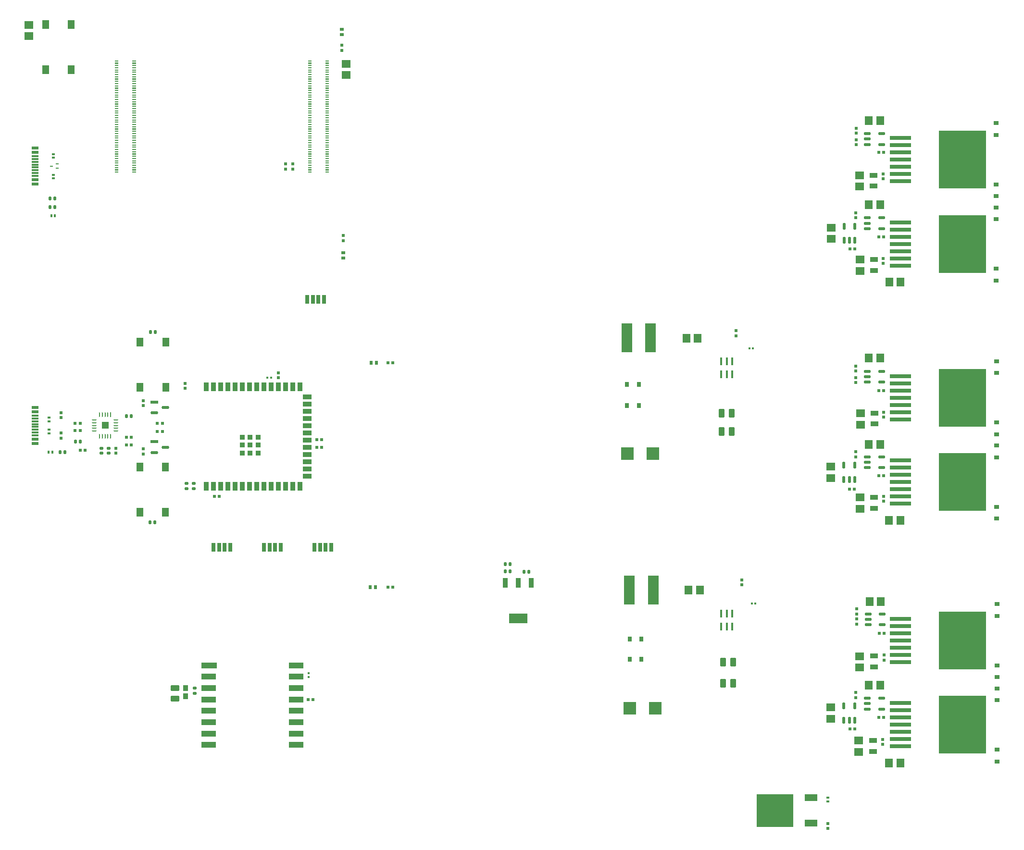
<source format=gtp>
G04*
G04 #@! TF.GenerationSoftware,Altium Limited,Altium Designer,26.1.1 (7)*
G04*
G04 Layer_Color=8421504*
%FSLAX25Y25*%
%MOIN*%
G70*
G04*
G04 #@! TF.SameCoordinates,3E101659-1531-44DD-BC6F-E1116C570119*
G04*
G04*
G04 #@! TF.FilePolarity,Positive*
G04*
G01*
G75*
%ADD19R,0.05105X0.05105*%
%ADD20R,0.05200X0.05900*%
%ADD21R,0.14600X0.03000*%
%ADD22R,0.03700X0.03000*%
%ADD23R,0.08661X0.04724*%
%ADD24R,0.02200X0.01200*%
G04:AMPARAMS|DCode=25|XSize=14.96mil|YSize=15.75mil|CornerRadius=3.74mil|HoleSize=0mil|Usage=FLASHONLY|Rotation=90.000|XOffset=0mil|YOffset=0mil|HoleType=Round|Shape=RoundedRectangle|*
%AMROUNDEDRECTD25*
21,1,0.01496,0.00827,0,0,90.0*
21,1,0.00748,0.01575,0,0,90.0*
1,1,0.00748,0.00413,0.00374*
1,1,0.00748,0.00413,-0.00374*
1,1,0.00748,-0.00413,-0.00374*
1,1,0.00748,-0.00413,0.00374*
%
%ADD25ROUNDEDRECTD25*%
G04:AMPARAMS|DCode=26|XSize=12.99mil|YSize=15.75mil|CornerRadius=3.25mil|HoleSize=0mil|Usage=FLASHONLY|Rotation=90.000|XOffset=0mil|YOffset=0mil|HoleType=Round|Shape=RoundedRectangle|*
%AMROUNDEDRECTD26*
21,1,0.01299,0.00925,0,0,90.0*
21,1,0.00650,0.01575,0,0,90.0*
1,1,0.00650,0.00463,0.00325*
1,1,0.00650,0.00463,-0.00325*
1,1,0.00650,-0.00463,-0.00325*
1,1,0.00650,-0.00463,0.00325*
%
%ADD26ROUNDEDRECTD26*%
%ADD27R,0.11024X0.04331*%
%ADD28R,0.10236X0.04331*%
%ADD29R,0.02126X0.02362*%
%ADD30R,0.03819X0.03937*%
G04:AMPARAMS|DCode=31|XSize=43.31mil|YSize=58.27mil|CornerRadius=5.41mil|HoleSize=0mil|Usage=FLASHONLY|Rotation=90.000|XOffset=0mil|YOffset=0mil|HoleType=Round|Shape=RoundedRectangle|*
%AMROUNDEDRECTD31*
21,1,0.04331,0.04744,0,0,90.0*
21,1,0.03248,0.05827,0,0,90.0*
1,1,0.01083,0.02372,0.01624*
1,1,0.01083,0.02372,-0.01624*
1,1,0.01083,-0.02372,-0.01624*
1,1,0.01083,-0.02372,0.01624*
%
%ADD31ROUNDEDRECTD31*%
G04:AMPARAMS|DCode=32|XSize=23.62mil|YSize=21.26mil|CornerRadius=5.63mil|HoleSize=0mil|Usage=FLASHONLY|Rotation=180.000|XOffset=0mil|YOffset=0mil|HoleType=Round|Shape=RoundedRectangle|*
%AMROUNDEDRECTD32*
21,1,0.02362,0.00999,0,0,180.0*
21,1,0.01235,0.02126,0,0,180.0*
1,1,0.01127,-0.00618,0.00500*
1,1,0.01127,0.00618,0.00500*
1,1,0.01127,0.00618,-0.00500*
1,1,0.01127,-0.00618,-0.00500*
%
%ADD32ROUNDEDRECTD32*%
%ADD33R,0.02362X0.02126*%
G04:AMPARAMS|DCode=34|XSize=14.96mil|YSize=15.75mil|CornerRadius=3.74mil|HoleSize=0mil|Usage=FLASHONLY|Rotation=180.000|XOffset=0mil|YOffset=0mil|HoleType=Round|Shape=RoundedRectangle|*
%AMROUNDEDRECTD34*
21,1,0.01496,0.00827,0,0,180.0*
21,1,0.00748,0.01575,0,0,180.0*
1,1,0.00748,-0.00374,0.00413*
1,1,0.00748,0.00374,0.00413*
1,1,0.00748,0.00374,-0.00413*
1,1,0.00748,-0.00374,-0.00413*
%
%ADD34ROUNDEDRECTD34*%
G04:AMPARAMS|DCode=35|XSize=12.99mil|YSize=15.75mil|CornerRadius=3.25mil|HoleSize=0mil|Usage=FLASHONLY|Rotation=180.000|XOffset=0mil|YOffset=0mil|HoleType=Round|Shape=RoundedRectangle|*
%AMROUNDEDRECTD35*
21,1,0.01299,0.00925,0,0,180.0*
21,1,0.00650,0.01575,0,0,180.0*
1,1,0.00650,-0.00325,0.00463*
1,1,0.00650,0.00325,0.00463*
1,1,0.00650,0.00325,-0.00463*
1,1,0.00650,-0.00325,-0.00463*
%
%ADD35ROUNDEDRECTD35*%
G04:AMPARAMS|DCode=36|XSize=35.43mil|YSize=68.9mil|CornerRadius=1.95mil|HoleSize=0mil|Usage=FLASHONLY|Rotation=0.000|XOffset=0mil|YOffset=0mil|HoleType=Round|Shape=RoundedRectangle|*
%AMROUNDEDRECTD36*
21,1,0.03543,0.06500,0,0,0.0*
21,1,0.03154,0.06890,0,0,0.0*
1,1,0.00390,0.01577,-0.03250*
1,1,0.00390,-0.01577,-0.03250*
1,1,0.00390,-0.01577,0.03250*
1,1,0.00390,0.01577,0.03250*
%
%ADD36ROUNDEDRECTD36*%
G04:AMPARAMS|DCode=37|XSize=125.98mil|YSize=68.9mil|CornerRadius=2.07mil|HoleSize=0mil|Usage=FLASHONLY|Rotation=0.000|XOffset=0mil|YOffset=0mil|HoleType=Round|Shape=RoundedRectangle|*
%AMROUNDEDRECTD37*
21,1,0.12598,0.06476,0,0,0.0*
21,1,0.12185,0.06890,0,0,0.0*
1,1,0.00413,0.06093,-0.03238*
1,1,0.00413,-0.06093,-0.03238*
1,1,0.00413,-0.06093,0.03238*
1,1,0.00413,0.06093,0.03238*
%
%ADD37ROUNDEDRECTD37*%
%ADD38R,0.25197X0.22835*%
G04:AMPARAMS|DCode=39|XSize=47.64mil|YSize=23.23mil|CornerRadius=5.81mil|HoleSize=0mil|Usage=FLASHONLY|Rotation=90.000|XOffset=0mil|YOffset=0mil|HoleType=Round|Shape=RoundedRectangle|*
%AMROUNDEDRECTD39*
21,1,0.04764,0.01161,0,0,90.0*
21,1,0.03602,0.02323,0,0,90.0*
1,1,0.01161,0.00581,0.01801*
1,1,0.01161,0.00581,-0.01801*
1,1,0.01161,-0.00581,-0.01801*
1,1,0.01161,-0.00581,0.01801*
%
%ADD39ROUNDEDRECTD39*%
G04:AMPARAMS|DCode=40|XSize=47.64mil|YSize=23.23mil|CornerRadius=5.81mil|HoleSize=0mil|Usage=FLASHONLY|Rotation=0.000|XOffset=0mil|YOffset=0mil|HoleType=Round|Shape=RoundedRectangle|*
%AMROUNDEDRECTD40*
21,1,0.04764,0.01161,0,0,0.0*
21,1,0.03602,0.02323,0,0,0.0*
1,1,0.01161,0.01801,-0.00581*
1,1,0.01161,-0.01801,-0.00581*
1,1,0.01161,-0.01801,0.00581*
1,1,0.01161,0.01801,0.00581*
%
%ADD40ROUNDEDRECTD40*%
%ADD41R,0.05900X0.05200*%
%ADD42R,0.05433X0.03622*%
%ADD43R,0.32500X0.40400*%
%ADD44R,0.03000X0.03700*%
G04:AMPARAMS|DCode=45|XSize=43.31mil|YSize=58.27mil|CornerRadius=5.41mil|HoleSize=0mil|Usage=FLASHONLY|Rotation=0.000|XOffset=0mil|YOffset=0mil|HoleType=Round|Shape=RoundedRectangle|*
%AMROUNDEDRECTD45*
21,1,0.04331,0.04744,0,0,0.0*
21,1,0.03248,0.05827,0,0,0.0*
1,1,0.01083,0.01624,-0.02372*
1,1,0.01083,-0.01624,-0.02372*
1,1,0.01083,-0.01624,0.02372*
1,1,0.01083,0.01624,0.02372*
%
%ADD45ROUNDEDRECTD45*%
%ADD46R,0.08600X0.08800*%
%ADD47R,0.07480X0.20079*%
%ADD48R,0.01400X0.05400*%
G04:AMPARAMS|DCode=49|XSize=23.62mil|YSize=21.26mil|CornerRadius=5.63mil|HoleSize=0mil|Usage=FLASHONLY|Rotation=90.000|XOffset=0mil|YOffset=0mil|HoleType=Round|Shape=RoundedRectangle|*
%AMROUNDEDRECTD49*
21,1,0.02362,0.00999,0,0,90.0*
21,1,0.01235,0.02126,0,0,90.0*
1,1,0.01127,0.00500,0.00618*
1,1,0.01127,0.00500,-0.00618*
1,1,0.01127,-0.00500,-0.00618*
1,1,0.01127,-0.00500,0.00618*
%
%ADD49ROUNDEDRECTD49*%
%ADD50R,0.01246X0.01575*%
%ADD51R,0.02600X0.06100*%
%ADD52R,0.03543X0.03543*%
%ADD53R,0.03543X0.05906*%
%ADD54R,0.05906X0.03543*%
%ADD55R,0.05118X0.06102*%
%ADD56R,0.02362X0.02756*%
%ADD57R,0.05343X0.02253*%
G04:AMPARAMS|DCode=58|XSize=53.43mil|YSize=22.53mil|CornerRadius=11.26mil|HoleSize=0mil|Usage=FLASHONLY|Rotation=0.000|XOffset=0mil|YOffset=0mil|HoleType=Round|Shape=RoundedRectangle|*
%AMROUNDEDRECTD58*
21,1,0.05343,0.00000,0,0,0.0*
21,1,0.03091,0.02253,0,0,0.0*
1,1,0.02253,0.01545,0.00000*
1,1,0.02253,-0.01545,0.00000*
1,1,0.02253,-0.01545,0.00000*
1,1,0.02253,0.01545,0.00000*
%
%ADD58ROUNDEDRECTD58*%
%ADD59R,0.04528X0.01181*%
%ADD60R,0.04528X0.02362*%
G04:AMPARAMS|DCode=61|XSize=9.55mil|YSize=33.06mil|CornerRadius=4.77mil|HoleSize=0mil|Usage=FLASHONLY|Rotation=270.000|XOffset=0mil|YOffset=0mil|HoleType=Round|Shape=RoundedRectangle|*
%AMROUNDEDRECTD61*
21,1,0.00955,0.02351,0,0,270.0*
21,1,0.00000,0.03306,0,0,270.0*
1,1,0.00955,-0.01176,0.00000*
1,1,0.00955,-0.01176,0.00000*
1,1,0.00955,0.01176,0.00000*
1,1,0.00955,0.01176,0.00000*
%
%ADD61ROUNDEDRECTD61*%
G04:AMPARAMS|DCode=62|XSize=33.06mil|YSize=9.55mil|CornerRadius=4.77mil|HoleSize=0mil|Usage=FLASHONLY|Rotation=270.000|XOffset=0mil|YOffset=0mil|HoleType=Round|Shape=RoundedRectangle|*
%AMROUNDEDRECTD62*
21,1,0.03306,0.00000,0,0,270.0*
21,1,0.02351,0.00955,0,0,270.0*
1,1,0.00955,0.00000,-0.01176*
1,1,0.00955,0.00000,0.01176*
1,1,0.00955,0.00000,0.01176*
1,1,0.00955,0.00000,-0.01176*
%
%ADD62ROUNDEDRECTD62*%
%ADD63R,0.00955X0.03306*%
%ADD64R,0.02362X0.01378*%
%ADD65R,0.01378X0.02362*%
%ADD66R,0.02756X0.02362*%
G04:AMPARAMS|DCode=67|XSize=18.11mil|YSize=7.87mil|CornerRadius=0.98mil|HoleSize=0mil|Usage=FLASHONLY|Rotation=0.000|XOffset=0mil|YOffset=0mil|HoleType=Round|Shape=RoundedRectangle|*
%AMROUNDEDRECTD67*
21,1,0.01811,0.00591,0,0,0.0*
21,1,0.01614,0.00787,0,0,0.0*
1,1,0.00197,0.00807,-0.00295*
1,1,0.00197,-0.00807,-0.00295*
1,1,0.00197,-0.00807,0.00295*
1,1,0.00197,0.00807,0.00295*
%
%ADD67ROUNDEDRECTD67*%
%ADD68R,0.05100X0.06100*%
G36*
X155405Y673191D02*
X152941D01*
Y673896D01*
X155405D01*
Y673191D01*
D02*
G37*
G36*
X143280D02*
X140815D01*
Y673896D01*
X143280D01*
Y673191D01*
D02*
G37*
G36*
X155405Y671616D02*
X152941D01*
Y672321D01*
X155405D01*
Y671616D01*
D02*
G37*
G36*
X143280D02*
X140815D01*
Y672321D01*
X143280D01*
Y671616D01*
D02*
G37*
G36*
X155405Y670041D02*
X152941D01*
Y670746D01*
X155405D01*
Y670041D01*
D02*
G37*
G36*
X143280D02*
X140815D01*
Y670746D01*
X143280D01*
Y670041D01*
D02*
G37*
G36*
X155405Y668467D02*
X152941D01*
Y669171D01*
X155405D01*
Y668467D01*
D02*
G37*
G36*
X143280D02*
X140815D01*
Y669171D01*
X143280D01*
Y668467D01*
D02*
G37*
G36*
X155405Y666892D02*
X152941D01*
Y667596D01*
X155405D01*
Y666892D01*
D02*
G37*
G36*
X143280D02*
X140815D01*
Y667596D01*
X143280D01*
Y666892D01*
D02*
G37*
G36*
X155405Y665317D02*
X152941D01*
Y666022D01*
X155405D01*
Y665317D01*
D02*
G37*
G36*
X143280D02*
X140815D01*
Y666022D01*
X143280D01*
Y665317D01*
D02*
G37*
G36*
X155405Y663742D02*
X152941D01*
Y664447D01*
X155405D01*
Y663742D01*
D02*
G37*
G36*
X143280D02*
X140815D01*
Y664447D01*
X143280D01*
Y663742D01*
D02*
G37*
G36*
X155405Y662167D02*
X152941D01*
Y662872D01*
X155405D01*
Y662167D01*
D02*
G37*
G36*
X143280D02*
X140815D01*
Y662872D01*
X143280D01*
Y662167D01*
D02*
G37*
G36*
X155405Y660593D02*
X152941D01*
Y661297D01*
X155405D01*
Y660593D01*
D02*
G37*
G36*
X143280D02*
X140815D01*
Y661297D01*
X143280D01*
Y660593D01*
D02*
G37*
G36*
X155405Y659018D02*
X152941D01*
Y659723D01*
X155405D01*
Y659018D01*
D02*
G37*
G36*
X143280D02*
X140815D01*
Y659723D01*
X143280D01*
Y659018D01*
D02*
G37*
G36*
X155405Y657443D02*
X152941D01*
Y658148D01*
X155405D01*
Y657443D01*
D02*
G37*
G36*
X143280D02*
X140815D01*
Y658148D01*
X143280D01*
Y657443D01*
D02*
G37*
G36*
X155405Y655868D02*
X152941D01*
Y656573D01*
X155405D01*
Y655868D01*
D02*
G37*
G36*
X143280D02*
X140815D01*
Y656573D01*
X143280D01*
Y655868D01*
D02*
G37*
G36*
X155405Y654293D02*
X152941D01*
Y654998D01*
X155405D01*
Y654293D01*
D02*
G37*
G36*
X143280D02*
X140815D01*
Y654998D01*
X143280D01*
Y654293D01*
D02*
G37*
G36*
X155405Y652718D02*
X152941D01*
Y653423D01*
X155405D01*
Y652718D01*
D02*
G37*
G36*
X143280D02*
X140815D01*
Y653423D01*
X143280D01*
Y652718D01*
D02*
G37*
G36*
X155405Y651144D02*
X152941D01*
Y651848D01*
X155405D01*
Y651144D01*
D02*
G37*
G36*
X143280D02*
X140815D01*
Y651848D01*
X143280D01*
Y651144D01*
D02*
G37*
G36*
X155405Y649569D02*
X152941D01*
Y650274D01*
X155405D01*
Y649569D01*
D02*
G37*
G36*
X143280D02*
X140815D01*
Y650274D01*
X143280D01*
Y649569D01*
D02*
G37*
G36*
X155405Y647994D02*
X152941D01*
Y648699D01*
X155405D01*
Y647994D01*
D02*
G37*
G36*
X143280D02*
X140815D01*
Y648699D01*
X143280D01*
Y647994D01*
D02*
G37*
G36*
X155405Y646419D02*
X152941D01*
Y647124D01*
X155405D01*
Y646419D01*
D02*
G37*
G36*
X143280D02*
X140815D01*
Y647124D01*
X143280D01*
Y646419D01*
D02*
G37*
G36*
X155405Y644844D02*
X152941D01*
Y645549D01*
X155405D01*
Y644844D01*
D02*
G37*
G36*
X143280D02*
X140815D01*
Y645549D01*
X143280D01*
Y644844D01*
D02*
G37*
G36*
X155405Y643270D02*
X152941D01*
Y643974D01*
X155405D01*
Y643270D01*
D02*
G37*
G36*
X143280D02*
X140815D01*
Y643974D01*
X143280D01*
Y643270D01*
D02*
G37*
G36*
X155405Y641695D02*
X152941D01*
Y642400D01*
X155405D01*
Y641695D01*
D02*
G37*
G36*
X143280D02*
X140815D01*
Y642400D01*
X143280D01*
Y641695D01*
D02*
G37*
G36*
X155405Y640120D02*
X152941D01*
Y640825D01*
X155405D01*
Y640120D01*
D02*
G37*
G36*
X143280D02*
X140815D01*
Y640825D01*
X143280D01*
Y640120D01*
D02*
G37*
G36*
X155405Y638545D02*
X152941D01*
Y639250D01*
X155405D01*
Y638545D01*
D02*
G37*
G36*
X143280D02*
X140815D01*
Y639250D01*
X143280D01*
Y638545D01*
D02*
G37*
G36*
X155405Y636971D02*
X152941D01*
Y637675D01*
X155405D01*
Y636971D01*
D02*
G37*
G36*
X143280D02*
X140815D01*
Y637675D01*
X143280D01*
Y636971D01*
D02*
G37*
G36*
X155405Y635396D02*
X152941D01*
Y636100D01*
X155405D01*
Y635396D01*
D02*
G37*
G36*
X143280D02*
X140815D01*
Y636100D01*
X143280D01*
Y635396D01*
D02*
G37*
G36*
X155405Y712561D02*
X152941D01*
Y713266D01*
X155405D01*
Y712561D01*
D02*
G37*
G36*
X143280D02*
X140815D01*
Y713266D01*
X143280D01*
Y712561D01*
D02*
G37*
G36*
X155405Y710986D02*
X152941D01*
Y711691D01*
X155405D01*
Y710986D01*
D02*
G37*
G36*
X143280D02*
X140815D01*
Y711691D01*
X143280D01*
Y710986D01*
D02*
G37*
G36*
X155405Y709411D02*
X152941D01*
Y710116D01*
X155405D01*
Y709411D01*
D02*
G37*
G36*
X143280D02*
X140815D01*
Y710116D01*
X143280D01*
Y709411D01*
D02*
G37*
G36*
X155405Y707837D02*
X152941D01*
Y708541D01*
X155405D01*
Y707837D01*
D02*
G37*
G36*
X143280D02*
X140815D01*
Y708541D01*
X143280D01*
Y707837D01*
D02*
G37*
G36*
X155405Y706262D02*
X152941D01*
Y706967D01*
X155405D01*
Y706262D01*
D02*
G37*
G36*
X143280D02*
X140815D01*
Y706967D01*
X143280D01*
Y706262D01*
D02*
G37*
G36*
X155405Y704687D02*
X152941D01*
Y705392D01*
X155405D01*
Y704687D01*
D02*
G37*
G36*
X143280D02*
X140815D01*
Y705392D01*
X143280D01*
Y704687D01*
D02*
G37*
G36*
X155405Y703112D02*
X152941D01*
Y703817D01*
X155405D01*
Y703112D01*
D02*
G37*
G36*
X143280D02*
X140815D01*
Y703817D01*
X143280D01*
Y703112D01*
D02*
G37*
G36*
X155405Y701537D02*
X152941D01*
Y702242D01*
X155405D01*
Y701537D01*
D02*
G37*
G36*
X143280D02*
X140815D01*
Y702242D01*
X143280D01*
Y701537D01*
D02*
G37*
G36*
X155405Y699963D02*
X152941D01*
Y700667D01*
X155405D01*
Y699963D01*
D02*
G37*
G36*
X143280D02*
X140815D01*
Y700667D01*
X143280D01*
Y699963D01*
D02*
G37*
G36*
X155405Y698388D02*
X152941D01*
Y699092D01*
X155405D01*
Y698388D01*
D02*
G37*
G36*
X143280D02*
X140815D01*
Y699092D01*
X143280D01*
Y698388D01*
D02*
G37*
G36*
X155405Y696813D02*
X152941D01*
Y697518D01*
X155405D01*
Y696813D01*
D02*
G37*
G36*
X143280D02*
X140815D01*
Y697518D01*
X143280D01*
Y696813D01*
D02*
G37*
G36*
X155405Y695238D02*
X152941D01*
Y695943D01*
X155405D01*
Y695238D01*
D02*
G37*
G36*
X143280D02*
X140815D01*
Y695943D01*
X143280D01*
Y695238D01*
D02*
G37*
G36*
X155405Y693663D02*
X152941D01*
Y694368D01*
X155405D01*
Y693663D01*
D02*
G37*
G36*
X143280D02*
X140815D01*
Y694368D01*
X143280D01*
Y693663D01*
D02*
G37*
G36*
X155405Y692089D02*
X152941D01*
Y692793D01*
X155405D01*
Y692089D01*
D02*
G37*
G36*
X143280D02*
X140815D01*
Y692793D01*
X143280D01*
Y692089D01*
D02*
G37*
G36*
X155405Y690514D02*
X152941D01*
Y691219D01*
X155405D01*
Y690514D01*
D02*
G37*
G36*
X143280D02*
X140815D01*
Y691219D01*
X143280D01*
Y690514D01*
D02*
G37*
G36*
X155405Y688939D02*
X152941D01*
Y689644D01*
X155405D01*
Y688939D01*
D02*
G37*
G36*
X143280D02*
X140815D01*
Y689644D01*
X143280D01*
Y688939D01*
D02*
G37*
G36*
X155405Y687364D02*
X152941D01*
Y688069D01*
X155405D01*
Y687364D01*
D02*
G37*
G36*
X143280D02*
X140815D01*
Y688069D01*
X143280D01*
Y687364D01*
D02*
G37*
G36*
X155405Y685789D02*
X152941D01*
Y686494D01*
X155405D01*
Y685789D01*
D02*
G37*
G36*
X143280D02*
X140815D01*
Y686494D01*
X143280D01*
Y685789D01*
D02*
G37*
G36*
X155405Y684215D02*
X152941D01*
Y684919D01*
X155405D01*
Y684215D01*
D02*
G37*
G36*
X143280D02*
X140815D01*
Y684919D01*
X143280D01*
Y684215D01*
D02*
G37*
G36*
X155405Y682640D02*
X152941D01*
Y683345D01*
X155405D01*
Y682640D01*
D02*
G37*
G36*
X143280D02*
X140815D01*
Y683345D01*
X143280D01*
Y682640D01*
D02*
G37*
G36*
X155405Y681065D02*
X152941D01*
Y681770D01*
X155405D01*
Y681065D01*
D02*
G37*
G36*
X143280D02*
X140815D01*
Y681770D01*
X143280D01*
Y681065D01*
D02*
G37*
G36*
X155405Y679490D02*
X152941D01*
Y680195D01*
X155405D01*
Y679490D01*
D02*
G37*
G36*
X143280D02*
X140815D01*
Y680195D01*
X143280D01*
Y679490D01*
D02*
G37*
G36*
X155405Y677915D02*
X152941D01*
Y678620D01*
X155405D01*
Y677915D01*
D02*
G37*
G36*
X143280D02*
X140815D01*
Y678620D01*
X143280D01*
Y677915D01*
D02*
G37*
G36*
X155405Y676341D02*
X152941D01*
Y677045D01*
X155405D01*
Y676341D01*
D02*
G37*
G36*
X143280D02*
X140815D01*
Y677045D01*
X143280D01*
Y676341D01*
D02*
G37*
G36*
X155405Y674766D02*
X152941D01*
Y675470D01*
X155405D01*
Y674766D01*
D02*
G37*
G36*
X143280D02*
X140815D01*
Y675470D01*
X143280D01*
Y674766D01*
D02*
G37*
G36*
X289264Y673191D02*
X286799D01*
Y673896D01*
X289264D01*
Y673191D01*
D02*
G37*
G36*
X277138D02*
X274673D01*
Y673896D01*
X277138D01*
Y673191D01*
D02*
G37*
G36*
X289264Y671616D02*
X286799D01*
Y672321D01*
X289264D01*
Y671616D01*
D02*
G37*
G36*
X277138D02*
X274673D01*
Y672321D01*
X277138D01*
Y671616D01*
D02*
G37*
G36*
X289264Y670041D02*
X286799D01*
Y670746D01*
X289264D01*
Y670041D01*
D02*
G37*
G36*
X277138D02*
X274673D01*
Y670746D01*
X277138D01*
Y670041D01*
D02*
G37*
G36*
X289264Y668467D02*
X286799D01*
Y669171D01*
X289264D01*
Y668467D01*
D02*
G37*
G36*
X277138D02*
X274673D01*
Y669171D01*
X277138D01*
Y668467D01*
D02*
G37*
G36*
X289264Y666892D02*
X286799D01*
Y667596D01*
X289264D01*
Y666892D01*
D02*
G37*
G36*
X277138D02*
X274673D01*
Y667596D01*
X277138D01*
Y666892D01*
D02*
G37*
G36*
X289264Y665317D02*
X286799D01*
Y666022D01*
X289264D01*
Y665317D01*
D02*
G37*
G36*
X277138D02*
X274673D01*
Y666022D01*
X277138D01*
Y665317D01*
D02*
G37*
G36*
X289264Y663742D02*
X286799D01*
Y664447D01*
X289264D01*
Y663742D01*
D02*
G37*
G36*
X277138D02*
X274673D01*
Y664447D01*
X277138D01*
Y663742D01*
D02*
G37*
G36*
X289264Y662167D02*
X286799D01*
Y662872D01*
X289264D01*
Y662167D01*
D02*
G37*
G36*
X277138D02*
X274673D01*
Y662872D01*
X277138D01*
Y662167D01*
D02*
G37*
G36*
X289264Y660593D02*
X286799D01*
Y661297D01*
X289264D01*
Y660593D01*
D02*
G37*
G36*
X277138D02*
X274673D01*
Y661297D01*
X277138D01*
Y660593D01*
D02*
G37*
G36*
X289264Y659018D02*
X286799D01*
Y659722D01*
X289264D01*
Y659018D01*
D02*
G37*
G36*
X277138D02*
X274673D01*
Y659722D01*
X277138D01*
Y659018D01*
D02*
G37*
G36*
X289264Y657443D02*
X286799D01*
Y658148D01*
X289264D01*
Y657443D01*
D02*
G37*
G36*
X277138D02*
X274673D01*
Y658148D01*
X277138D01*
Y657443D01*
D02*
G37*
G36*
X289264Y655868D02*
X286799D01*
Y656573D01*
X289264D01*
Y655868D01*
D02*
G37*
G36*
X277138D02*
X274673D01*
Y656573D01*
X277138D01*
Y655868D01*
D02*
G37*
G36*
X289264Y654293D02*
X286799D01*
Y654998D01*
X289264D01*
Y654293D01*
D02*
G37*
G36*
X277138D02*
X274673D01*
Y654998D01*
X277138D01*
Y654293D01*
D02*
G37*
G36*
X289264Y652718D02*
X286799D01*
Y653423D01*
X289264D01*
Y652718D01*
D02*
G37*
G36*
X277138D02*
X274673D01*
Y653423D01*
X277138D01*
Y652718D01*
D02*
G37*
G36*
X289264Y651144D02*
X286799D01*
Y651848D01*
X289264D01*
Y651144D01*
D02*
G37*
G36*
X277138D02*
X274673D01*
Y651848D01*
X277138D01*
Y651144D01*
D02*
G37*
G36*
X289264Y649569D02*
X286799D01*
Y650274D01*
X289264D01*
Y649569D01*
D02*
G37*
G36*
X277138D02*
X274673D01*
Y650274D01*
X277138D01*
Y649569D01*
D02*
G37*
G36*
X289264Y647994D02*
X286799D01*
Y648699D01*
X289264D01*
Y647994D01*
D02*
G37*
G36*
X277138D02*
X274673D01*
Y648699D01*
X277138D01*
Y647994D01*
D02*
G37*
G36*
X289264Y646419D02*
X286799D01*
Y647124D01*
X289264D01*
Y646419D01*
D02*
G37*
G36*
X277138D02*
X274673D01*
Y647124D01*
X277138D01*
Y646419D01*
D02*
G37*
G36*
X289264Y644844D02*
X286799D01*
Y645549D01*
X289264D01*
Y644844D01*
D02*
G37*
G36*
X277138D02*
X274673D01*
Y645549D01*
X277138D01*
Y644844D01*
D02*
G37*
G36*
X289264Y643270D02*
X286799D01*
Y643974D01*
X289264D01*
Y643270D01*
D02*
G37*
G36*
X277138D02*
X274673D01*
Y643974D01*
X277138D01*
Y643270D01*
D02*
G37*
G36*
X289264Y641695D02*
X286799D01*
Y642400D01*
X289264D01*
Y641695D01*
D02*
G37*
G36*
X277138D02*
X274673D01*
Y642400D01*
X277138D01*
Y641695D01*
D02*
G37*
G36*
X289264Y640120D02*
X286799D01*
Y640825D01*
X289264D01*
Y640120D01*
D02*
G37*
G36*
X277138D02*
X274673D01*
Y640825D01*
X277138D01*
Y640120D01*
D02*
G37*
G36*
X289264Y638545D02*
X286799D01*
Y639250D01*
X289264D01*
Y638545D01*
D02*
G37*
G36*
X277138D02*
X274673D01*
Y639250D01*
X277138D01*
Y638545D01*
D02*
G37*
G36*
X289264Y636971D02*
X286799D01*
Y637675D01*
X289264D01*
Y636971D01*
D02*
G37*
G36*
X277138D02*
X274673D01*
Y637675D01*
X277138D01*
Y636971D01*
D02*
G37*
G36*
X289264Y635396D02*
X286799D01*
Y636100D01*
X289264D01*
Y635396D01*
D02*
G37*
G36*
X277138D02*
X274673D01*
Y636100D01*
X277138D01*
Y635396D01*
D02*
G37*
G36*
X289264Y712561D02*
X286799D01*
Y713266D01*
X289264D01*
Y712561D01*
D02*
G37*
G36*
X277138D02*
X274673D01*
Y713266D01*
X277138D01*
Y712561D01*
D02*
G37*
G36*
X289264Y710986D02*
X286799D01*
Y711691D01*
X289264D01*
Y710986D01*
D02*
G37*
G36*
X277138D02*
X274673D01*
Y711691D01*
X277138D01*
Y710986D01*
D02*
G37*
G36*
X289264Y709411D02*
X286799D01*
Y710116D01*
X289264D01*
Y709411D01*
D02*
G37*
G36*
X277138D02*
X274673D01*
Y710116D01*
X277138D01*
Y709411D01*
D02*
G37*
G36*
X289264Y707837D02*
X286799D01*
Y708541D01*
X289264D01*
Y707837D01*
D02*
G37*
G36*
X277138D02*
X274673D01*
Y708541D01*
X277138D01*
Y707837D01*
D02*
G37*
G36*
X289264Y706262D02*
X286799D01*
Y706966D01*
X289264D01*
Y706262D01*
D02*
G37*
G36*
X277138D02*
X274673D01*
Y706966D01*
X277138D01*
Y706262D01*
D02*
G37*
G36*
X289264Y704687D02*
X286799D01*
Y705392D01*
X289264D01*
Y704687D01*
D02*
G37*
G36*
X277138D02*
X274673D01*
Y705392D01*
X277138D01*
Y704687D01*
D02*
G37*
G36*
X289264Y703112D02*
X286799D01*
Y703817D01*
X289264D01*
Y703112D01*
D02*
G37*
G36*
X277138D02*
X274673D01*
Y703817D01*
X277138D01*
Y703112D01*
D02*
G37*
G36*
X289264Y701537D02*
X286799D01*
Y702242D01*
X289264D01*
Y701537D01*
D02*
G37*
G36*
X277138D02*
X274673D01*
Y702242D01*
X277138D01*
Y701537D01*
D02*
G37*
G36*
X289264Y699963D02*
X286799D01*
Y700667D01*
X289264D01*
Y699963D01*
D02*
G37*
G36*
X277138D02*
X274673D01*
Y700667D01*
X277138D01*
Y699963D01*
D02*
G37*
G36*
X289264Y698388D02*
X286799D01*
Y699092D01*
X289264D01*
Y698388D01*
D02*
G37*
G36*
X277138D02*
X274673D01*
Y699092D01*
X277138D01*
Y698388D01*
D02*
G37*
G36*
X289264Y696813D02*
X286799D01*
Y697518D01*
X289264D01*
Y696813D01*
D02*
G37*
G36*
X277138D02*
X274673D01*
Y697518D01*
X277138D01*
Y696813D01*
D02*
G37*
G36*
X289264Y695238D02*
X286799D01*
Y695943D01*
X289264D01*
Y695238D01*
D02*
G37*
G36*
X277138D02*
X274673D01*
Y695943D01*
X277138D01*
Y695238D01*
D02*
G37*
G36*
X289264Y693663D02*
X286799D01*
Y694368D01*
X289264D01*
Y693663D01*
D02*
G37*
G36*
X277138D02*
X274673D01*
Y694368D01*
X277138D01*
Y693663D01*
D02*
G37*
G36*
X289264Y692089D02*
X286799D01*
Y692793D01*
X289264D01*
Y692089D01*
D02*
G37*
G36*
X277138D02*
X274673D01*
Y692793D01*
X277138D01*
Y692089D01*
D02*
G37*
G36*
X289264Y690514D02*
X286799D01*
Y691219D01*
X289264D01*
Y690514D01*
D02*
G37*
G36*
X277138D02*
X274673D01*
Y691219D01*
X277138D01*
Y690514D01*
D02*
G37*
G36*
X289264Y688939D02*
X286799D01*
Y689644D01*
X289264D01*
Y688939D01*
D02*
G37*
G36*
X277138D02*
X274673D01*
Y689644D01*
X277138D01*
Y688939D01*
D02*
G37*
G36*
X289264Y687364D02*
X286799D01*
Y688069D01*
X289264D01*
Y687364D01*
D02*
G37*
G36*
X277138D02*
X274673D01*
Y688069D01*
X277138D01*
Y687364D01*
D02*
G37*
G36*
X289264Y685789D02*
X286799D01*
Y686494D01*
X289264D01*
Y685789D01*
D02*
G37*
G36*
X277138D02*
X274673D01*
Y686494D01*
X277138D01*
Y685789D01*
D02*
G37*
G36*
X289264Y684215D02*
X286799D01*
Y684919D01*
X289264D01*
Y684215D01*
D02*
G37*
G36*
X277138D02*
X274673D01*
Y684919D01*
X277138D01*
Y684215D01*
D02*
G37*
G36*
X289264Y682640D02*
X286799D01*
Y683345D01*
X289264D01*
Y682640D01*
D02*
G37*
G36*
X277138D02*
X274673D01*
Y683345D01*
X277138D01*
Y682640D01*
D02*
G37*
G36*
X289264Y681065D02*
X286799D01*
Y681770D01*
X289264D01*
Y681065D01*
D02*
G37*
G36*
X277138D02*
X274673D01*
Y681770D01*
X277138D01*
Y681065D01*
D02*
G37*
G36*
X289264Y679490D02*
X286799D01*
Y680195D01*
X289264D01*
Y679490D01*
D02*
G37*
G36*
X277138D02*
X274673D01*
Y680195D01*
X277138D01*
Y679490D01*
D02*
G37*
G36*
X289264Y677915D02*
X286799D01*
Y678620D01*
X289264D01*
Y677915D01*
D02*
G37*
G36*
X277138D02*
X274673D01*
Y678620D01*
X277138D01*
Y677915D01*
D02*
G37*
G36*
X289264Y676340D02*
X286799D01*
Y677045D01*
X289264D01*
Y676340D01*
D02*
G37*
G36*
X277138D02*
X274673D01*
Y677045D01*
X277138D01*
Y676340D01*
D02*
G37*
G36*
X289264Y674766D02*
X286799D01*
Y675470D01*
X289264D01*
Y674766D01*
D02*
G37*
G36*
X277138D02*
X274673D01*
Y675470D01*
X277138D01*
Y674766D01*
D02*
G37*
D19*
X134002Y460001D02*
D03*
D20*
X685450Y394100D02*
D03*
Y226000D02*
D03*
X685550Y559600D02*
D03*
X671450Y506800D02*
D03*
X663550D02*
D03*
X677550Y394100D02*
D03*
X671450Y280000D02*
D03*
X663550D02*
D03*
X671950Y338000D02*
D03*
X664050D02*
D03*
X677550Y226000D02*
D03*
X538550Y346000D02*
D03*
X546450D02*
D03*
X537050Y520500D02*
D03*
X544950D02*
D03*
X663550Y447000D02*
D03*
X671450D02*
D03*
X663450Y613100D02*
D03*
X671350D02*
D03*
X663600Y671500D02*
D03*
X671500D02*
D03*
X677650Y559600D02*
D03*
D21*
X685445Y296000D02*
D03*
Y237500D02*
D03*
Y405800D02*
D03*
Y464300D02*
D03*
X685458Y629500D02*
D03*
X685445Y571000D02*
D03*
Y301000D02*
D03*
Y306000D02*
D03*
Y311000D02*
D03*
Y316000D02*
D03*
Y321000D02*
D03*
Y326000D02*
D03*
Y242500D02*
D03*
Y247500D02*
D03*
Y252500D02*
D03*
Y257500D02*
D03*
Y262500D02*
D03*
Y267500D02*
D03*
Y410800D02*
D03*
Y415800D02*
D03*
Y420800D02*
D03*
Y425800D02*
D03*
Y430800D02*
D03*
Y435800D02*
D03*
Y469300D02*
D03*
Y474300D02*
D03*
Y479300D02*
D03*
Y484300D02*
D03*
Y489300D02*
D03*
Y494300D02*
D03*
X685458Y634500D02*
D03*
Y639500D02*
D03*
Y644500D02*
D03*
Y649500D02*
D03*
Y654500D02*
D03*
Y659500D02*
D03*
X685445Y576000D02*
D03*
Y581000D02*
D03*
Y586000D02*
D03*
Y591000D02*
D03*
Y596000D02*
D03*
Y601000D02*
D03*
D22*
X752500Y285450D02*
D03*
Y277550D02*
D03*
X752000Y446050D02*
D03*
Y453950D02*
D03*
X751700Y611250D02*
D03*
Y619150D02*
D03*
X752000Y403550D02*
D03*
Y395450D02*
D03*
X752500Y327950D02*
D03*
Y336050D02*
D03*
Y293550D02*
D03*
Y269450D02*
D03*
Y235050D02*
D03*
Y226950D02*
D03*
X752000Y437950D02*
D03*
Y462050D02*
D03*
Y496450D02*
D03*
Y504550D02*
D03*
X751700Y560650D02*
D03*
Y568750D02*
D03*
Y669750D02*
D03*
Y661650D02*
D03*
Y603150D02*
D03*
Y627250D02*
D03*
D23*
X623402Y201976D02*
D03*
Y184024D02*
D03*
D24*
X635000Y201950D02*
D03*
Y199250D02*
D03*
D25*
X274978Y288147D02*
D03*
D26*
Y285646D02*
D03*
D27*
X206079Y293559D02*
D03*
D28*
X205685Y285685D02*
D03*
Y277811D02*
D03*
Y269937D02*
D03*
Y262063D02*
D03*
Y254189D02*
D03*
Y246315D02*
D03*
Y238441D02*
D03*
X266315D02*
D03*
Y246315D02*
D03*
Y254189D02*
D03*
Y262063D02*
D03*
Y269937D02*
D03*
Y277811D02*
D03*
Y285685D02*
D03*
Y293559D02*
D03*
D29*
X278102Y270000D02*
D03*
X274700D02*
D03*
X280899Y444800D02*
D03*
X284301D02*
D03*
X280899Y450200D02*
D03*
X284301D02*
D03*
X674193Y316000D02*
D03*
X670807D02*
D03*
X673693Y257500D02*
D03*
X670307D02*
D03*
X650307Y249500D02*
D03*
X653693D02*
D03*
X673793Y484300D02*
D03*
X670407D02*
D03*
X650114Y416000D02*
D03*
X653500D02*
D03*
X673793Y425200D02*
D03*
X670407D02*
D03*
X116799Y443000D02*
D03*
X120201D02*
D03*
X209799Y411000D02*
D03*
X213201D02*
D03*
X333401Y503500D02*
D03*
X329999D02*
D03*
X333402Y348000D02*
D03*
X330000D02*
D03*
X173701Y456000D02*
D03*
X170299D02*
D03*
Y461500D02*
D03*
X173701D02*
D03*
X113299Y456500D02*
D03*
X116701D02*
D03*
X113299Y461500D02*
D03*
X116701D02*
D03*
X152201Y446600D02*
D03*
X148799D02*
D03*
X148800Y451800D02*
D03*
X152202D02*
D03*
X653700Y582400D02*
D03*
X650314D02*
D03*
X670307Y591000D02*
D03*
X673693D02*
D03*
X670400Y649500D02*
D03*
X673786D02*
D03*
D30*
X189887Y272044D02*
D03*
Y277832D02*
D03*
D31*
X182369Y270594D02*
D03*
Y277799D02*
D03*
D32*
X196000Y274307D02*
D03*
Y277693D02*
D03*
X136500Y444193D02*
D03*
Y440807D02*
D03*
X131500Y444193D02*
D03*
Y440807D02*
D03*
X195500Y419693D02*
D03*
Y416307D02*
D03*
X190500Y419693D02*
D03*
Y416307D02*
D03*
D33*
X254100Y496501D02*
D03*
Y493099D02*
D03*
X259200Y641401D02*
D03*
Y637999D02*
D03*
X264100Y641401D02*
D03*
Y637999D02*
D03*
X635000Y180607D02*
D03*
Y183993D02*
D03*
X654500Y497800D02*
D03*
Y501186D02*
D03*
X655000Y325693D02*
D03*
Y322307D02*
D03*
X674000Y300693D02*
D03*
Y297307D02*
D03*
X654500Y271307D02*
D03*
Y274693D02*
D03*
X673000Y242193D02*
D03*
Y238807D02*
D03*
X655000Y329307D02*
D03*
Y332693D02*
D03*
X571500Y522307D02*
D03*
Y525693D02*
D03*
X575400Y349507D02*
D03*
Y352893D02*
D03*
X673900Y469293D02*
D03*
Y465907D02*
D03*
X654500Y493186D02*
D03*
Y489800D02*
D03*
Y438307D02*
D03*
Y441693D02*
D03*
X673700Y410800D02*
D03*
Y407414D02*
D03*
X141500Y440799D02*
D03*
Y444201D02*
D03*
X189500Y485799D02*
D03*
Y489201D02*
D03*
X160500Y440299D02*
D03*
Y443701D02*
D03*
Y473799D02*
D03*
Y477201D02*
D03*
X103500Y468900D02*
D03*
Y465498D02*
D03*
X103600Y451299D02*
D03*
Y454701D02*
D03*
X654600Y607393D02*
D03*
Y604007D02*
D03*
X654700Y654907D02*
D03*
Y658293D02*
D03*
Y666193D02*
D03*
Y662807D02*
D03*
X673500Y572614D02*
D03*
Y576000D02*
D03*
X673600Y631114D02*
D03*
Y634500D02*
D03*
X299000Y591693D02*
D03*
Y588307D02*
D03*
X298000Y723693D02*
D03*
Y720307D02*
D03*
D34*
X246593Y493226D02*
D03*
D35*
X249094D02*
D03*
D36*
X429555Y350803D02*
D03*
X420500D02*
D03*
X411445D02*
D03*
D37*
X420500Y326197D02*
D03*
D38*
X598598Y193000D02*
D03*
D39*
X646360Y598241D02*
D03*
X653840D02*
D03*
Y588359D02*
D03*
X650100D02*
D03*
X646360D02*
D03*
X646260Y265441D02*
D03*
X653740D02*
D03*
Y255559D02*
D03*
X650000D02*
D03*
X646260D02*
D03*
Y432441D02*
D03*
X653740D02*
D03*
Y422559D02*
D03*
X650000D02*
D03*
X646260D02*
D03*
D40*
X672341Y604040D02*
D03*
Y596560D02*
D03*
X662459D02*
D03*
Y600300D02*
D03*
Y604040D02*
D03*
X672941Y329240D02*
D03*
Y321760D02*
D03*
X663059D02*
D03*
Y325500D02*
D03*
Y329240D02*
D03*
X672400Y270800D02*
D03*
Y263320D02*
D03*
X662518D02*
D03*
Y267060D02*
D03*
Y270800D02*
D03*
X672441Y497540D02*
D03*
Y490060D02*
D03*
X662559D02*
D03*
Y493800D02*
D03*
Y497540D02*
D03*
X672441Y438240D02*
D03*
Y430760D02*
D03*
X662559D02*
D03*
Y434500D02*
D03*
Y438240D02*
D03*
X672441Y662440D02*
D03*
Y654960D02*
D03*
X662559D02*
D03*
Y658700D02*
D03*
Y662440D02*
D03*
D41*
X657500Y410050D02*
D03*
Y402150D02*
D03*
X657000Y299950D02*
D03*
Y292050D02*
D03*
X637000Y264450D02*
D03*
Y256550D02*
D03*
X656600Y241450D02*
D03*
Y233550D02*
D03*
X657800Y468550D02*
D03*
Y460650D02*
D03*
X637000Y431450D02*
D03*
Y423550D02*
D03*
X637400Y589350D02*
D03*
Y597250D02*
D03*
X657400Y567250D02*
D03*
Y575150D02*
D03*
X657000Y625750D02*
D03*
Y633650D02*
D03*
X301000Y710950D02*
D03*
Y703050D02*
D03*
X81000Y730050D02*
D03*
Y737950D02*
D03*
D42*
X667100Y300060D02*
D03*
Y292540D02*
D03*
X666400Y241460D02*
D03*
Y233940D02*
D03*
X667400Y468560D02*
D03*
Y461040D02*
D03*
X667200Y410060D02*
D03*
Y402540D02*
D03*
X667000Y567640D02*
D03*
Y575160D02*
D03*
X666900Y626140D02*
D03*
Y633660D02*
D03*
D43*
X728387Y311000D02*
D03*
Y252500D02*
D03*
Y420800D02*
D03*
Y479300D02*
D03*
X728400Y644500D02*
D03*
X728387Y586000D02*
D03*
D44*
X504050Y488500D02*
D03*
X495950D02*
D03*
X504050Y474000D02*
D03*
X495950D02*
D03*
X505850Y311800D02*
D03*
X497750D02*
D03*
X505950Y298000D02*
D03*
X497850D02*
D03*
D45*
X568602Y468500D02*
D03*
X561398D02*
D03*
X568602Y456000D02*
D03*
X561398D02*
D03*
X569602Y281100D02*
D03*
X562398D02*
D03*
X569602Y296000D02*
D03*
X562398D02*
D03*
D46*
X513900Y440500D02*
D03*
X496100D02*
D03*
X515500Y264000D02*
D03*
X497700D02*
D03*
D47*
X514068Y345800D02*
D03*
X497532D02*
D03*
X512268Y521000D02*
D03*
X495732D02*
D03*
D48*
X561260Y495400D02*
D03*
X565000D02*
D03*
X568740D02*
D03*
Y504600D02*
D03*
X565000D02*
D03*
X561260D02*
D03*
Y329600D02*
D03*
X565000D02*
D03*
X568740D02*
D03*
Y320400D02*
D03*
X565000D02*
D03*
X561260D02*
D03*
D49*
X427693Y358500D02*
D03*
X424307D02*
D03*
X411307Y359000D02*
D03*
X414693D02*
D03*
X411307Y364000D02*
D03*
X414693D02*
D03*
X165107Y392900D02*
D03*
X168493D02*
D03*
X165414Y524800D02*
D03*
X168800D02*
D03*
X106193Y441500D02*
D03*
X102807D02*
D03*
X152193Y466500D02*
D03*
X148807D02*
D03*
X113307Y449000D02*
D03*
X116693D02*
D03*
X95907Y617500D02*
D03*
X99293D02*
D03*
X95907Y611500D02*
D03*
X99293D02*
D03*
D50*
X584800Y336600D02*
D03*
X582587D02*
D03*
X583106Y513500D02*
D03*
X580894D02*
D03*
D51*
X290905Y375410D02*
D03*
X286968D02*
D03*
X283032D02*
D03*
X279095D02*
D03*
X255906D02*
D03*
X251969D02*
D03*
X248031D02*
D03*
X244094D02*
D03*
X220905D02*
D03*
X216968D02*
D03*
X213032D02*
D03*
X209095D02*
D03*
X285906Y547410D02*
D03*
X281968D02*
D03*
X278031D02*
D03*
X274095D02*
D03*
D52*
X234512Y446488D02*
D03*
Y440976D02*
D03*
Y452000D02*
D03*
X240024Y440976D02*
D03*
Y446488D02*
D03*
Y452000D02*
D03*
X229000Y440976D02*
D03*
Y446488D02*
D03*
Y452000D02*
D03*
D53*
X204118Y417945D02*
D03*
X209118D02*
D03*
X214118D02*
D03*
X219118D02*
D03*
X224118D02*
D03*
X229118D02*
D03*
X234118D02*
D03*
X239118D02*
D03*
X244118D02*
D03*
X249118D02*
D03*
X254118D02*
D03*
X259118D02*
D03*
X264118D02*
D03*
X269118D02*
D03*
Y486842D02*
D03*
X264118D02*
D03*
X259118D02*
D03*
X254118D02*
D03*
X249118D02*
D03*
X244118D02*
D03*
X239118D02*
D03*
X234118D02*
D03*
X229118D02*
D03*
X224118D02*
D03*
X219118D02*
D03*
X214118D02*
D03*
X209118D02*
D03*
X204118D02*
D03*
D54*
X274039Y424894D02*
D03*
Y429894D02*
D03*
Y434894D02*
D03*
Y439894D02*
D03*
Y444894D02*
D03*
Y449894D02*
D03*
Y454894D02*
D03*
Y459894D02*
D03*
Y464894D02*
D03*
Y469894D02*
D03*
Y474894D02*
D03*
Y479894D02*
D03*
D55*
X158142Y399850D02*
D03*
Y431150D02*
D03*
X175858Y399850D02*
D03*
Y431150D02*
D03*
X158283Y486500D02*
D03*
Y517799D02*
D03*
X176000Y486500D02*
D03*
Y517799D02*
D03*
D56*
X322240Y503500D02*
D03*
X318500D02*
D03*
X317760Y348000D02*
D03*
X321500D02*
D03*
D57*
X168258Y448740D02*
D03*
Y476240D02*
D03*
D58*
Y441260D02*
D03*
X175742Y445000D02*
D03*
X168258Y468760D02*
D03*
X175742Y472500D02*
D03*
D59*
X85484Y466890D02*
D03*
Y464921D02*
D03*
Y462953D02*
D03*
Y460984D02*
D03*
Y459016D02*
D03*
Y457047D02*
D03*
Y455079D02*
D03*
Y453110D02*
D03*
Y646890D02*
D03*
Y644921D02*
D03*
Y642953D02*
D03*
Y640984D02*
D03*
Y639016D02*
D03*
Y637047D02*
D03*
Y635079D02*
D03*
Y633110D02*
D03*
D60*
Y450551D02*
D03*
Y469449D02*
D03*
Y472598D02*
D03*
Y447402D02*
D03*
Y630551D02*
D03*
Y649449D02*
D03*
Y652598D02*
D03*
Y627402D02*
D03*
D61*
X141541Y463937D02*
D03*
Y461969D02*
D03*
Y460000D02*
D03*
Y458032D02*
D03*
Y456063D02*
D03*
X126459D02*
D03*
Y458032D02*
D03*
Y460000D02*
D03*
Y461969D02*
D03*
Y463937D02*
D03*
D62*
X137937Y452459D02*
D03*
X135968D02*
D03*
X134000D02*
D03*
X132032D02*
D03*
X130063D02*
D03*
Y467541D02*
D03*
X132032D02*
D03*
X134000D02*
D03*
X135968D02*
D03*
D63*
X137937D02*
D03*
D64*
X95000Y454521D02*
D03*
Y457080D02*
D03*
Y465480D02*
D03*
Y462921D02*
D03*
X98000Y648279D02*
D03*
Y645720D02*
D03*
Y631421D02*
D03*
Y633980D02*
D03*
D65*
X94820Y441400D02*
D03*
X97379D02*
D03*
X96720Y605500D02*
D03*
X99279D02*
D03*
D66*
X299000Y576130D02*
D03*
Y579870D02*
D03*
X298000Y731130D02*
D03*
Y734870D02*
D03*
D67*
X96853Y640000D02*
D03*
X100947Y641378D02*
D03*
Y638622D02*
D03*
D68*
X92742Y706850D02*
D03*
X110458D02*
D03*
Y738150D02*
D03*
X92742D02*
D03*
M02*

</source>
